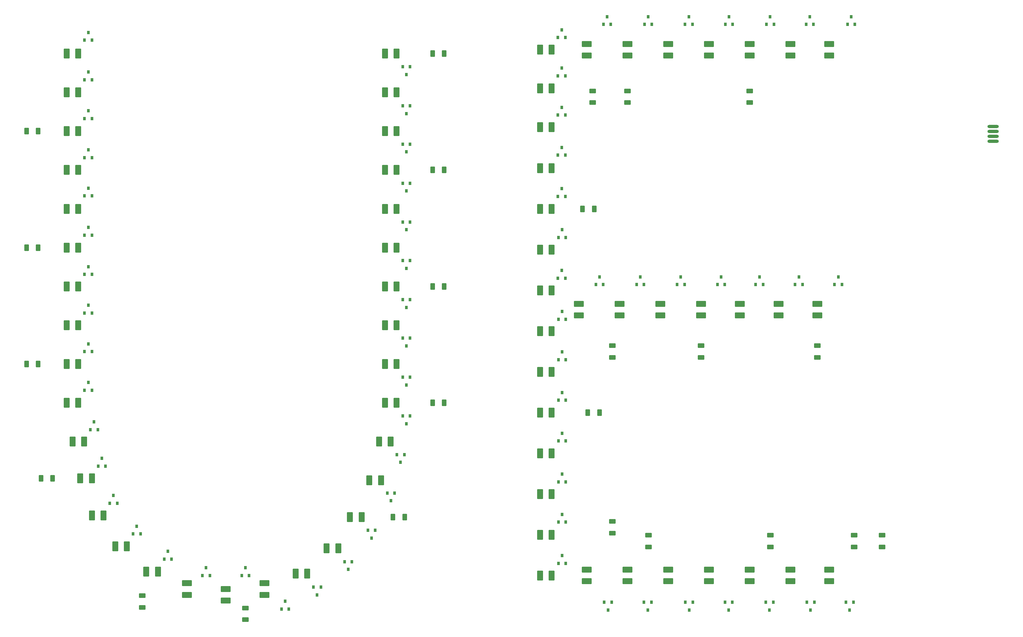
<source format=gtp>
%FSTAX44Y44*%
%MOMM*%
%SFA1B1*%

%IPPOS*%
%AMD10*
4,1,8,0.299720,0.424180,-0.299720,0.424180,-0.375920,0.350520,-0.375920,-0.350520,-0.299720,-0.424180,0.299720,-0.424180,0.375920,-0.350520,0.375920,0.350520,0.299720,0.424180,0.0*
1,1,0.150000,0.299720,0.350520*
1,1,0.150000,-0.299720,0.350520*
1,1,0.150000,-0.299720,-0.350520*
1,1,0.150000,0.299720,-0.350520*
%
%AMD12*
4,1,8,0.599440,1.275080,-0.599440,1.275080,-0.723900,1.150620,-0.723900,-1.150620,-0.599440,-1.275080,0.599440,-1.275080,0.723900,-1.150620,0.723900,1.150620,0.599440,1.275080,0.0*
1,1,0.250000,0.599440,1.150620*
1,1,0.250000,-0.599440,1.150620*
1,1,0.250000,-0.599440,-1.150620*
1,1,0.250000,0.599440,-1.150620*
%
%AMD13*
4,1,8,1.275080,-0.599440,1.275080,0.599440,1.150620,0.723900,-1.150620,0.723900,-1.275080,0.599440,-1.275080,-0.599440,-1.150620,-0.723900,1.150620,-0.723900,1.275080,-0.599440,0.0*
1,1,0.250000,1.150620,-0.599440*
1,1,0.250000,1.150620,0.599440*
1,1,0.250000,-1.150620,0.599440*
1,1,0.250000,-1.150620,-0.599440*
%
%AMD14*
4,1,8,-0.459740,-0.873760,0.459740,-0.873760,0.551180,-0.784860,0.551180,0.784860,0.459740,0.873760,-0.459740,0.873760,-0.551180,0.784860,-0.551180,-0.784860,-0.459740,-0.873760,0.0*
1,1,0.180000,-0.459740,-0.784860*
1,1,0.180000,0.459740,-0.784860*
1,1,0.180000,0.459740,0.784860*
1,1,0.180000,-0.459740,0.784860*
%
%AMD15*
4,1,8,-0.873760,0.459740,-0.873760,-0.459740,-0.784860,-0.551180,0.784860,-0.551180,0.873760,-0.459740,0.873760,0.459740,0.784860,0.551180,-0.784860,0.551180,-0.873760,0.459740,0.0*
1,1,0.180000,-0.784860,0.459740*
1,1,0.180000,-0.784860,-0.459740*
1,1,0.180000,0.784860,-0.459740*
1,1,0.180000,0.784860,0.459740*
%
G04~CAMADD=10~8~0.0~0.0~295.3~334.6~29.5~0.0~15~0.0~0.0~0.0~0.0~0~0.0~0.0~0.0~0.0~0~0.0~0.0~0.0~0.0~295.3~334.6*
%ADD10D10*%
%ADD11O,2.899994X0.859998*%
G04~CAMADD=12~8~0.0~0.0~570.9~1003.9~49.2~0.0~15~0.0~0.0~0.0~0.0~0~0.0~0.0~0.0~0.0~0~0.0~0.0~0.0~0.0~570.9~1003.9*
%ADD12D12*%
G04~CAMADD=13~8~0.0~0.0~570.9~1003.9~49.2~0.0~15~0.0~0.0~0.0~0.0~0~0.0~0.0~0.0~0.0~0~0.0~0.0~0.0~270.0~1004.0~570.0*
%ADD13D13*%
G04~CAMADD=14~8~0.0~0.0~433.1~689.0~35.4~0.0~15~0.0~0.0~0.0~0.0~0~0.0~0.0~0.0~0.0~0~0.0~0.0~0.0~180.0~434.0~689.0*
%ADD14D14*%
G04~CAMADD=15~8~0.0~0.0~433.1~689.0~35.4~0.0~15~0.0~0.0~0.0~0.0~0~0.0~0.0~0.0~0.0~0~0.0~0.0~0.0~90.0~690.0~433.0*
%ADD15D15*%
%LNled_pd_ab_wh_3000149_(4f00228l_7p00501a)-1*%
%LPD*%
G54D10*
X00604935Y00285D03*
X00614435Y00265D03*
X00595435D03*
X01421085Y0094541D03*
X01430585Y0092541D03*
X01411585D03*
X01019876Y01356505D03*
X01010376Y01376505D03*
X01029376D03*
X01019876Y01056681D03*
X01010376Y01076681D03*
X01029376D03*
X01019876Y00755936D03*
X01010376Y00775936D03*
X01029376D03*
X00979876Y00457363D03*
X00970376Y00477363D03*
X00989376D03*
X00789876Y00214802D03*
X00780376Y00234802D03*
X00799376D03*
X00503698Y00285D03*
X00513198Y00265D03*
X00494198D03*
X00264876Y00471114D03*
X00274376Y00451114D03*
X00255376D03*
X00199875Y00762242D03*
X00209375Y00742242D03*
X00190375D03*
X00199875Y01060973D03*
X00209375Y01040973D03*
X00190375D03*
X00199875Y013617D03*
X00209375Y013417D03*
X00190375D03*
X00199875Y01664608D03*
X00209375Y01644608D03*
X00190375D03*
X01019876Y01455404D03*
X01010376Y01475404D03*
X01029376D03*
X01019876Y01155834D03*
X01010376Y01175834D03*
X01029376D03*
X01019876Y00856461D03*
X01010376Y00876461D03*
X01029376D03*
X01004875Y00556462D03*
X00995375Y00576462D03*
X01014375D03*
X00869876Y0028048D03*
X00860376Y0030048D03*
X00879376D03*
X00324998Y00391999D03*
X00334498Y00371999D03*
X00315498D03*
X00214876Y00660718D03*
X00224376Y00640718D03*
X00205376D03*
X00199875Y00961554D03*
X00209375Y00941554D03*
X00190375D03*
X00199875Y01263273D03*
X00209375Y01243273D03*
X00190375D03*
X00199875Y01562674D03*
X00209375Y01542674D03*
X00190375D03*
X01019876Y01556236D03*
X01010376Y01576236D03*
X01029376D03*
X01019876Y01255987D03*
X01010376Y01275987D03*
X01029376D03*
X01019876Y00955751D03*
X01010376Y00975751D03*
X01029376D03*
X01019876Y00656021D03*
X01010376Y00676021D03*
X01029376D03*
X00929876Y00361443D03*
X00920376Y00381443D03*
X00939376D03*
X00707517Y00198751D03*
X00717017Y00178751D03*
X00698017D03*
X00404876Y00327143D03*
X00414376Y00307143D03*
X00395376D03*
X00234876Y00566672D03*
X00244376Y00546672D03*
X00225376D03*
X00199875Y00861748D03*
X00209375Y00841748D03*
X00190375D03*
X00199875Y01162272D03*
X00209375Y01142272D03*
X00190375D03*
X00199875Y01462622D03*
X00209375Y01442622D03*
X00190375D03*
X020615Y00175999D03*
X02052Y00195999D03*
X02071D03*
X017485Y00175999D03*
X01739Y00195999D03*
X01758D03*
X01421085Y0031625D03*
X01430585Y0029625D03*
X01411585D03*
X01421085Y00631553D03*
X01430585Y00611553D03*
X01411585D03*
X01929618Y01034749D03*
X01939118Y01014749D03*
X01920118D03*
X01622437Y01034749D03*
X01631937Y01014749D03*
X01612937D03*
X01421085Y01155839D03*
X01430585Y01135839D03*
X01411585D03*
X01419876Y01471428D03*
X01429376Y01451428D03*
X01410376D03*
X01537208Y01705264D03*
X01546708Y01685264D03*
X01527708D03*
X0185101Y01705264D03*
X0186051Y01685264D03*
X0184151D03*
X0216627Y01705264D03*
X0217577Y01685264D03*
X0215677D03*
X02162294Y00175999D03*
X02152794Y00195999D03*
X02171794D03*
X01850499Y00175999D03*
X01840999Y00195999D03*
X01859999D03*
X01539327Y00175926D03*
X01529827Y00195926D03*
X01548827D03*
X01421085Y00526178D03*
X01430585Y00506178D03*
X01411585D03*
X01421085Y00841163D03*
X01430585Y00821163D03*
X01411585D03*
X02031134Y01034749D03*
X02040634Y01014749D03*
X02021634D03*
X01726998Y01034749D03*
X01736498Y01014749D03*
X01717498D03*
X01419876Y01051234D03*
X01429376Y01031234D03*
X01410376D03*
X01419876Y01368153D03*
X01429376Y01348153D03*
X01410376D03*
X01419876Y0167125D03*
X01429376Y0165125D03*
X01410376D03*
X01747539Y01705264D03*
X01757039Y01685264D03*
X01738039D03*
X02059257Y01705264D03*
X02068757Y01685264D03*
X02049757D03*
X0195575Y00175999D03*
X0194625Y00195999D03*
X0196525D03*
X0164175Y00175999D03*
X0163225Y00195999D03*
X0165125D03*
X01420998Y00422499D03*
X01430498Y00402499D03*
X01411498D03*
X01421085Y00736507D03*
X01430585Y00716507D03*
X01411585D03*
X02132726Y01034749D03*
X02142226Y01014749D03*
X02123226D03*
X01830998Y01034749D03*
X01840498Y01014749D03*
X01821498D03*
X01517498Y01034749D03*
X01526998Y01014749D03*
X01507998D03*
X01419876Y01262041D03*
X01429376Y01242041D03*
X01410376D03*
X01419876Y01572586D03*
X01429376Y01552586D03*
X01410376D03*
X01643152Y01705264D03*
X01652652Y01685264D03*
X01633652D03*
X01957324Y01705264D03*
X01966824Y01685264D03*
X01947824D03*
G54D11*
X02531699Y01397099D03*
Y01384399D03*
Y01409799D03*
Y01422499D03*
G54D12*
X00994326Y01410001D03*
X00964326D03*
X00994326Y01109999D03*
X00964326D03*
X00994326Y0081D03*
X00964326D03*
X00954326Y0051D03*
X00924326D03*
X00764326Y00270002D03*
X00734326D03*
X00209326Y00420001D03*
X00239326D03*
X00144325Y0071D03*
X00174325D03*
X00144325Y0101D03*
X00174325D03*
X00144325Y01309999D03*
X00174325D03*
X00144325Y01610001D03*
X00174325D03*
X00994326Y01510001D03*
X00964326D03*
X00994326Y01209999D03*
X00964326D03*
X00994326Y0091D03*
X00964326D03*
X00979325Y0061D03*
X00949325D03*
X00844326Y00335D03*
X00814326D03*
X00269326Y00340001D03*
X00299326D03*
X00159326Y0061D03*
X00189326D03*
X00144325Y0091D03*
X00174325D03*
X00144325Y01209999D03*
X00174325D03*
X00144325Y01510001D03*
X00174325D03*
X00994326Y01610001D03*
X00964326D03*
X00994326Y01309999D03*
X00964326D03*
X00994326Y0101D03*
X00964326D03*
X00994326Y0071D03*
X00964326D03*
X00904326Y00414999D03*
X00874326D03*
X00349326Y00275D03*
X00379326D03*
X00179326Y00514999D03*
X00209326D03*
X00144325Y0081D03*
X00174325D03*
X00144325Y01109999D03*
X00174325D03*
X00144325Y01410001D03*
X00174325D03*
X01394326Y00265D03*
X01364326D03*
X01394326Y0058D03*
X01364326D03*
X01394326Y00895D03*
X01364326D03*
X01394326Y01105D03*
X01364326D03*
X01394326Y0142D03*
X01364326D03*
X01394326Y00475D03*
X01364326D03*
X01394326Y0079D03*
X01364326D03*
X01394326Y01D03*
X01364326D03*
X01394326Y01315D03*
X01364326D03*
X01394326Y0162D03*
X01364326D03*
X01394326Y0037D03*
X01364326D03*
X01394326Y00685D03*
X01364326D03*
X01394326Y0121D03*
X01364326D03*
X01394326Y0152D03*
X01364326D03*
G54D13*
X00454326Y00215001D03*
Y00245001D03*
X00554325Y002D03*
Y0023D03*
X00654325Y00215001D03*
Y00245001D03*
X02009326Y0025D03*
Y0028D03*
X01694326Y0025D03*
Y0028D03*
X01879326Y00935D03*
Y00965D03*
X01569326Y00935D03*
Y00965D03*
X01484326Y01605D03*
Y01635D03*
X01799326Y01605D03*
Y01635D03*
X02109326Y01605D03*
Y01635D03*
Y0025D03*
Y0028D03*
X01799326Y0025D03*
Y0028D03*
X01484326Y0025D03*
Y0028D03*
X01979326Y00935D03*
Y00965D03*
X01674326Y00935D03*
Y00965D03*
X01694326Y01605D03*
Y01635D03*
X02009326Y01605D03*
Y01635D03*
X01904326Y0025D03*
Y0028D03*
X01589326Y0025D03*
Y0028D03*
X02079326Y00935D03*
Y00965D03*
X01779326Y00935D03*
Y00965D03*
X01464326Y00935D03*
Y00965D03*
X01589326Y01605D03*
Y01635D03*
X01904326Y01605D03*
Y01635D03*
G54D14*
X01087409Y01610001D03*
X01117409D03*
X01087409Y01309999D03*
X01117409D03*
X01087409Y0101D03*
X01117409D03*
X0108741Y0071D03*
X0111741D03*
X00985447Y00414999D03*
X01015447D03*
X00107857Y00514999D03*
X00077857D03*
X00070739Y0081D03*
X00040739D03*
X00070739Y01109999D03*
X00040739D03*
X00070742Y01410001D03*
X00040742D03*
X01487249Y00684999D03*
X01517249D03*
X01473867Y0121D03*
X01503867D03*
G54D15*
X00604936Y00181002D03*
Y00151003D03*
X00339327Y00212799D03*
Y00182799D03*
X02245328Y00338429D03*
Y00368429D03*
X02173527Y00338499D03*
Y00368499D03*
X01957999Y00338499D03*
Y00368499D03*
X01643999Y00338499D03*
Y00368499D03*
X01550499Y00373999D03*
Y00403999D03*
X02079326Y00857229D03*
Y00827229D03*
X01779326Y00857231D03*
Y00827231D03*
X01550499Y00857229D03*
Y00827229D03*
X01499569Y01513579D03*
Y01483579D03*
X01589326Y01513579D03*
Y01483579D03*
X01904326Y01513582D03*
Y01483582D03*
M02*
</source>
